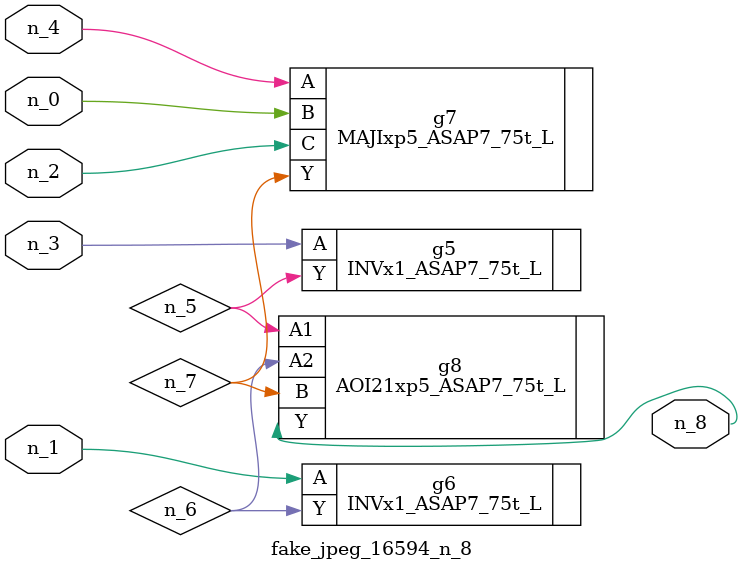
<source format=v>
module fake_jpeg_16594_n_8 (n_3, n_2, n_1, n_0, n_4, n_8);

input n_3;
input n_2;
input n_1;
input n_0;
input n_4;

output n_8;

wire n_6;
wire n_5;
wire n_7;

INVx1_ASAP7_75t_L g5 ( 
.A(n_3),
.Y(n_5)
);

INVx1_ASAP7_75t_L g6 ( 
.A(n_1),
.Y(n_6)
);

MAJIxp5_ASAP7_75t_L g7 ( 
.A(n_4),
.B(n_0),
.C(n_2),
.Y(n_7)
);

AOI21xp5_ASAP7_75t_L g8 ( 
.A1(n_5),
.A2(n_6),
.B(n_7),
.Y(n_8)
);


endmodule
</source>
